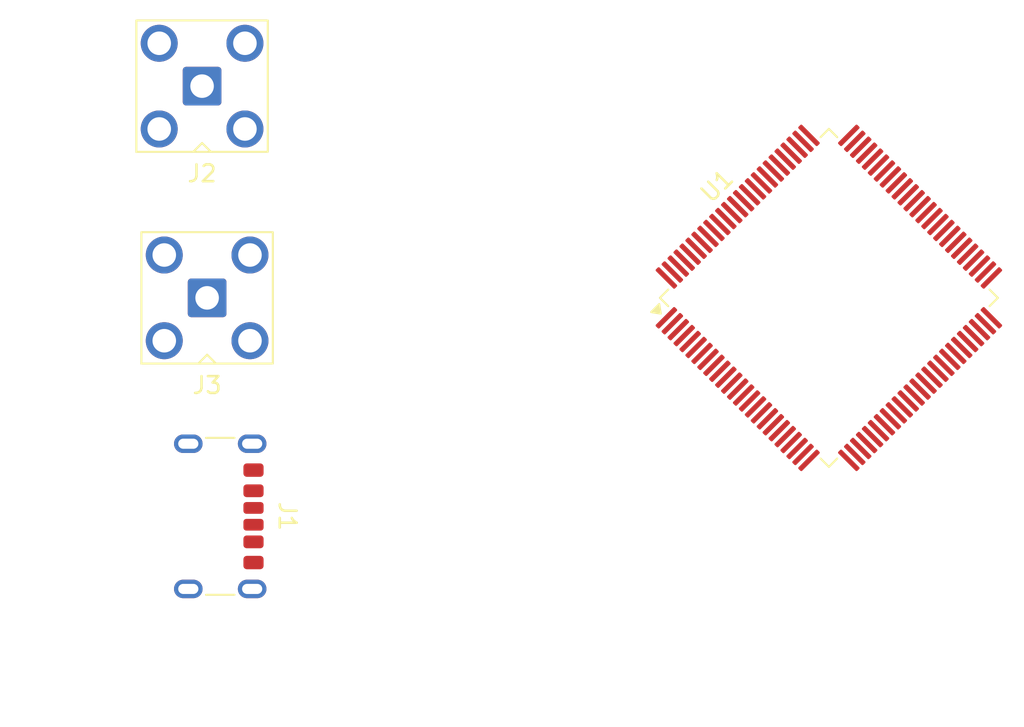
<source format=kicad_pcb>
(kicad_pcb (version 20241229) (generator "pcbnew") (generator_version "9.0")
  (layers (0 "F.Cu" signal) (2 "B.Cu" signal) (13 "F.Paste" user) (15 "B.Paste" user) (5 "F.SilkS" user "F.Silkscreen") (7 "B.SilkS" user "B.Silkscreen") (1 "F.Mask" user) (3 "B.Mask" user) (25 "Edge.Cuts" user))
  (net 0 "")
  (net 5 "Net-(U1-VSS-Pad10)")
  (net 102 "Net-(J1-CC1)")
  (net 104 "GND")
  (net 105 "VBUS")
  (net 107 "Net-(J1-CC2)")
  (footprint "Package_QFP:LQFP-100_14x14mm_P0.5mm" (layer "F.Cu") (at 143 115 45)
    (property "Reference" "U1" (at 0 -9.42 45) (layer "F.SilkS"))
    (property "Value" "STM32H723VGTx")
    (fp_line (start -7.11 -7.11) (end -7.11 -6.41) (stroke (width 0.12)) (layer "F.SilkS"))
    (fp_line (start -6.41 -7.11) (end -7.11 -7.11) (stroke (width 0.12)) (layer "F.SilkS"))
    (fp_line (start 6.41 -7.11) (end 7.11 -7.11) (stroke (width 0.12)) (layer "F.SilkS"))
    (fp_line (start 7.11 -7.11) (end 7.11 -6.41) (stroke (width 0.12)) (layer "F.SilkS"))
    (fp_line (start -7.11 7.11) (end -7.11 6.41) (stroke (width 0.12)) (layer "F.SilkS"))
    (fp_line (start -6.41 7.11) (end -7.11 7.11) (stroke (width 0.12)) (layer "F.SilkS"))
    (fp_line (start 6.41 7.11) (end 7.11 7.11) (stroke (width 0.12)) (layer "F.SilkS"))
    (fp_line (start 7.11 7.11) (end 7.11 6.41) (stroke (width 0.12)) (layer "F.SilkS"))
    (fp_poly (pts (xy -7.7375 -6.41) (xy -8.0775 -6.88) (xy -7.3975 -6.88) (xy -7.7375 -6.41)) (stroke (width 0.12)) (fill yes) (layer "F.SilkS"))
    (pad "1" smd roundrect (at -7.675 -6 45) (size 1.6 0.3) (layers "F.Cu" "F.Mask" "F.Paste"))
    (pad "2" smd roundrect (at -7.675 -5.5 45) (size 1.6 0.3) (layers "F.Cu" "F.Mask" "F.Paste"))
    (pad "3" smd roundrect (at -7.675 -4.999999 45) (size 1.6 0.3) (layers "F.Cu" "F.Mask" "F.Paste"))
    (pad "4" smd roundrect (at -7.675 -4.5 45) (size 1.6 0.3) (layers "F.Cu" "F.Mask" "F.Paste"))
    (pad "5" smd roundrect (at -7.675 -4.000001 45) (size 1.6 0.3) (layers "F.Cu" "F.Mask" "F.Paste"))
    (pad "6" smd roundrect (at -7.675 -3.5 45) (size 1.6 0.3) (layers "F.Cu" "F.Mask" "F.Paste"))
    (pad "7" smd roundrect (at -7.675 -3 45) (size 1.6 0.3) (layers "F.Cu" "F.Mask" "F.Paste"))
    (pad "8" smd roundrect (at -7.675 -2.499999 45) (size 1.6 0.3) (layers "F.Cu" "F.Mask" "F.Paste"))
    (pad "9" smd roundrect (at -7.675 -2 45) (size 1.6 0.3) (layers "F.Cu" "F.Mask" "F.Paste"))
    (pad "10" smd roundrect (at -7.675 -1.5 45) (size 1.6 0.3) (layers "F.Cu" "F.Mask" "F.Paste") (net 5 "Net-(U1-VSS-Pad10)"))
    (pad "11" smd roundrect (at -7.675 -1 45) (size 1.6 0.3) (layers "F.Cu" "F.Mask" "F.Paste"))
    (pad "12" smd roundrect (at -7.675 -0.5 45) (size 1.6 0.3) (layers "F.Cu" "F.Mask" "F.Paste"))
    (pad "13" smd roundrect (at -7.675001 0 45) (size 1.6 0.3) (layers "F.Cu" "F.Mask" "F.Paste"))
    (pad "14" smd roundrect (at -7.675 0.5 45) (size 1.6 0.3) (layers "F.Cu" "F.Mask" "F.Paste"))
    (pad "15" smd roundrect (at -7.675 1 45) (size 1.6 0.3) (layers "F.Cu" "F.Mask" "F.Paste"))
    (pad "16" smd roundrect (at -7.675 1.5 45) (size 1.6 0.3) (layers "F.Cu" "F.Mask" "F.Paste"))
    (pad "17" smd roundrect (at -7.675 2 45) (size 1.6 0.3) (layers "F.Cu" "F.Mask" "F.Paste"))
    (pad "18" smd roundrect (at -7.675 2.499999 45) (size 1.6 0.3) (layers "F.Cu" "F.Mask" "F.Paste"))
    (pad "19" smd roundrect (at -7.675 3 45) (size 1.6 0.3) (layers "F.Cu" "F.Mask" "F.Paste"))
    (pad "20" smd roundrect (at -7.675 3.5 45) (size 1.6 0.3) (layers "F.Cu" "F.Mask" "F.Paste"))
    (pad "21" smd roundrect (at -7.675 4.000001 45) (size 1.6 0.3) (layers "F.Cu" "F.Mask" "F.Paste"))
    (pad "22" smd roundrect (at -7.675 4.5 45) (size 1.6 0.3) (layers "F.Cu" "F.Mask" "F.Paste"))
    (pad "23" smd roundrect (at -7.675 4.999999 45) (size 1.6 0.3) (layers "F.Cu" "F.Mask" "F.Paste"))
    (pad "24" smd roundrect (at -7.675 5.5 45) (size 1.6 0.3) (layers "F.Cu" "F.Mask" "F.Paste"))
    (pad "25" smd roundrect (at -7.675 6 45) (size 1.6 0.3) (layers "F.Cu" "F.Mask" "F.Paste"))
    (pad "26" smd roundrect (at -6 7.675 45) (size 0.3 1.6) (layers "F.Cu" "F.Mask" "F.Paste") (net 5 "Net-(U1-VSS-Pad10)"))
    (pad "27" smd roundrect (at -5.5 7.675 45) (size 0.3 1.6) (layers "F.Cu" "F.Mask" "F.Paste"))
    (pad "28" smd roundrect (at -4.999999 7.675 45) (size 0.3 1.6) (layers "F.Cu" "F.Mask" "F.Paste"))
    (pad "29" smd roundrect (at -4.5 7.675 45) (size 0.3 1.6) (layers "F.Cu" "F.Mask" "F.Paste"))
    (pad "30" smd roundrect (at -4.000001 7.675 45) (size 0.3 1.6) (layers "F.Cu" "F.Mask" "F.Paste"))
    (pad "31" smd roundrect (at -3.5 7.675 45) (size 0.3 1.6) (layers "F.Cu" "F.Mask" "F.Paste"))
    (pad "32" smd roundrect (at -3 7.675 45) (size 0.3 1.6) (layers "F.Cu" "F.Mask" "F.Paste"))
    (pad "33" smd roundrect (at -2.499999 7.675 45) (size 0.3 1.6) (layers "F.Cu" "F.Mask" "F.Paste"))
    (pad "34" smd roundrect (at -2 7.675 45) (size 0.3 1.6) (layers "F.Cu" "F.Mask" "F.Paste"))
    (pad "35" smd roundrect (at -1.5 7.675 45) (size 0.3 1.6) (layers "F.Cu" "F.Mask" "F.Paste"))
    (pad "36" smd roundrect (at -1 7.675 45) (size 0.3 1.6) (layers "F.Cu" "F.Mask" "F.Paste"))
    (pad "37" smd roundrect (at -0.5 7.675 45) (size 0.3 1.6) (layers "F.Cu" "F.Mask" "F.Paste"))
    (pad "38" smd roundrect (at 0 7.675001 45) (size 0.3 1.6) (layers "F.Cu" "F.Mask" "F.Paste"))
    (pad "39" smd roundrect (at 0.5 7.675 45) (size 0.3 1.6) (layers "F.Cu" "F.Mask" "F.Paste"))
    (pad "40" smd roundrect (at 1 7.675 45) (size 0.3 1.6) (layers "F.Cu" "F.Mask" "F.Paste"))
    (pad "41" smd roundrect (at 1.5 7.675 45) (size 0.3 1.6) (layers "F.Cu" "F.Mask" "F.Paste"))
    (pad "42" smd roundrect (at 2 7.675 45) (size 0.3 1.6) (layers "F.Cu" "F.Mask" "F.Paste"))
    (pad "43" smd roundrect (at 2.499999 7.675 45) (size 0.3 1.6) (layers "F.Cu" "F.Mask" "F.Paste"))
    (pad "44" smd roundrect (at 3 7.675 45) (size 0.3 1.6) (layers "F.Cu" "F.Mask" "F.Paste"))
    (pad "45" smd roundrect (at 3.5 7.675 45) (size 0.3 1.6) (layers "F.Cu" "F.Mask" "F.Paste"))
    (pad "46" smd roundrect (at 4.000001 7.675 45) (size 0.3 1.6) (layers "F.Cu" "F.Mask" "F.Paste"))
    (pad "47" smd roundrect (at 4.5 7.675 45) (size 0.3 1.6) (layers "F.Cu" "F.Mask" "F.Paste"))
    (pad "48" smd roundrect (at 4.999999 7.675 45) (size 0.3 1.6) (layers "F.Cu" "F.Mask" "F.Paste"))
    (pad "49" smd roundrect (at 5.5 7.675 45) (size 0.3 1.6) (layers "F.Cu" "F.Mask" "F.Paste") (net 5 "Net-(U1-VSS-Pad10)"))
    (pad "50" smd roundrect (at 6 7.675 45) (size 0.3 1.6) (layers "F.Cu" "F.Mask" "F.Paste"))
    (pad "51" smd roundrect (at 7.675 6 45) (size 1.6 0.3) (layers "F.Cu" "F.Mask" "F.Paste"))
    (pad "52" smd roundrect (at 7.675 5.5 45) (size 1.6 0.3) (layers "F.Cu" "F.Mask" "F.Paste"))
    (pad "53" smd roundrect (at 7.675 4.999999 45) (size 1.6 0.3) (layers "F.Cu" "F.Mask" "F.Paste"))
    (pad "54" smd roundrect (at 7.675 4.5 45) (size 1.6 0.3) (layers "F.Cu" "F.Mask" "F.Paste"))
    (pad "55" smd roundrect (at 7.675 4.000001 45) (size 1.6 0.3) (layers "F.Cu" "F.Mask" "F.Paste"))
    (pad "56" smd roundrect (at 7.675 3.5 45) (size 1.6 0.3) (layers "F.Cu" "F.Mask" "F.Paste"))
    (pad "57" smd roundrect (at 7.675 3 45) (size 1.6 0.3) (layers "F.Cu" "F.Mask" "F.Paste"))
    (pad "58" smd roundrect (at 7.675 2.499999 45) (size 1.6 0.3) (layers "F.Cu" "F.Mask" "F.Paste"))
    (pad "59" smd roundrect (at 7.675 2 45) (size 1.6 0.3) (layers "F.Cu" "F.Mask" "F.Paste"))
    (pad "60" smd roundrect (at 7.675 1.5 45) (size 1.6 0.3) (layers "F.Cu" "F.Mask" "F.Paste"))
    (pad "61" smd roundrect (at 7.675 1 45) (size 1.6 0.3) (layers "F.Cu" "F.Mask" "F.Paste"))
    (pad "62" smd roundrect (at 7.675 0.5 45) (size 1.6 0.3) (layers "F.Cu" "F.Mask" "F.Paste"))
    (pad "63" smd roundrect (at 7.675001 0 45) (size 1.6 0.3) (layers "F.Cu" "F.Mask" "F.Paste"))
    (pad "64" smd roundrect (at 7.675 -0.5 45) (size 1.6 0.3) (layers "F.Cu" "F.Mask" "F.Paste"))
    (pad "65" smd roundrect (at 7.675 -1 45) (size 1.6 0.3) (layers "F.Cu" "F.Mask" "F.Paste"))
    (pad "66" smd roundrect (at 7.675 -1.5 45) (size 1.6 0.3) (layers "F.Cu" "F.Mask" "F.Paste"))
    (pad "67" smd roundrect (at 7.675 -2 45) (size 1.6 0.3) (layers "F.Cu" "F.Mask" "F.Paste"))
    (pad "68" smd roundrect (at 7.675 -2.499999 45) (size 1.6 0.3) (layers "F.Cu" "F.Mask" "F.Paste"))
    (pad "69" smd roundrect (at 7.675 -3 45) (size 1.6 0.3) (layers "F.Cu" "F.Mask" "F.Paste"))
    (pad "70" smd roundrect (at 7.675 -3.5 45) (size 1.6 0.3) (layers "F.Cu" "F.Mask" "F.Paste"))
    (pad "71" smd roundrect (at 7.675 -4.000001 45) (size 1.6 0.3) (layers "F.Cu" "F.Mask" "F.Paste"))
    (pad "72" smd roundrect (at 7.675 -4.5 45) (size 1.6 0.3) (layers "F.Cu" "F.Mask" "F.Paste"))
    (pad "73" smd roundrect (at 7.675 -4.999999 45) (size 1.6 0.3) (layers "F.Cu" "F.Mask" "F.Paste"))
    (pad "74" smd roundrect (at 7.675 -5.5 45) (size 1.6 0.3) (layers "F.Cu" "F.Mask" "F.Paste") (net 5 "Net-(U1-VSS-Pad10)"))
    (pad "75" smd roundrect (at 7.675 -6 45) (size 1.6 0.3) (layers "F.Cu" "F.Mask" "F.Paste"))
    (pad "76" smd roundrect (at 6 -7.675 45) (size 0.3 1.6) (layers "F.Cu" "F.Mask" "F.Paste"))
    (pad "77" smd roundrect (at 5.5 -7.675 45) (size 0.3 1.6) (layers "F.Cu" "F.Mask" "F.Paste"))
    (pad "78" smd roundrect (at 4.999999 -7.675 45) (size 0.3 1.6) (layers "F.Cu" "F.Mask" "F.Paste"))
    (pad "79" smd roundrect (at 4.5 -7.675 45) (size 0.3 1.6) (layers "F.Cu" "F.Mask" "F.Paste"))
    (pad "80" smd roundrect (at 4.000001 -7.675 45) (size 0.3 1.6) (layers "F.Cu" "F.Mask" "F.Paste"))
    (pad "81" smd roundrect (at 3.5 -7.675 45) (size 0.3 1.6) (layers "F.Cu" "F.Mask" "F.Paste"))
    (pad "82" smd roundrect (at 3 -7.675 45) (size 0.3 1.6) (layers "F.Cu" "F.Mask" "F.Paste"))
    (pad "83" smd roundrect (at 2.499999 -7.675 45) (size 0.3 1.6) (layers "F.Cu" "F.Mask" "F.Paste"))
    (pad "84" smd roundrect (at 2 -7.675 45) (size 0.3 1.6) (layers "F.Cu" "F.Mask" "F.Paste"))
    (pad "85" smd roundrect (at 1.5 -7.675 45) (size 0.3 1.6) (layers "F.Cu" "F.Mask" "F.Paste"))
    (pad "86" smd roundrect (at 1 -7.675 45) (size 0.3 1.6) (layers "F.Cu" "F.Mask" "F.Paste"))
    (pad "87" smd roundrect (at 0.5 -7.675 45) (size 0.3 1.6) (layers "F.Cu" "F.Mask" "F.Paste"))
    (pad "88" smd roundrect (at 0 -7.675001 45) (size 0.3 1.6) (layers "F.Cu" "F.Mask" "F.Paste"))
    (pad "89" smd roundrect (at -0.5 -7.675 45) (size 0.3 1.6) (layers "F.Cu" "F.Mask" "F.Paste"))
    (pad "90" smd roundrect (at -1 -7.675 45) (size 0.3 1.6) (layers "F.Cu" "F.Mask" "F.Paste"))
    (pad "91" smd roundrect (at -1.5 -7.675 45) (size 0.3 1.6) (layers "F.Cu" "F.Mask" "F.Paste"))
    (pad "92" smd roundrect (at -2 -7.675 45) (size 0.3 1.6) (layers "F.Cu" "F.Mask" "F.Paste"))
    (pad "93" smd roundrect (at -2.499999 -7.675 45) (size 0.3 1.6) (layers "F.Cu" "F.Mask" "F.Paste"))
    (pad "94" smd roundrect (at -3 -7.675 45) (size 0.3 1.6) (layers "F.Cu" "F.Mask" "F.Paste"))
    (pad "95" smd roundrect (at -3.5 -7.675 45) (size 0.3 1.6) (layers "F.Cu" "F.Mask" "F.Paste"))
    (pad "96" smd roundrect (at -4.000001 -7.675 45) (size 0.3 1.6) (layers "F.Cu" "F.Mask" "F.Paste"))
    (pad "97" smd roundrect (at -4.5 -7.675 45) (size 0.3 1.6) (layers "F.Cu" "F.Mask" "F.Paste"))
    (pad "98" smd roundrect (at -4.999999 -7.675 45) (size 0.3 1.6) (layers "F.Cu" "F.Mask" "F.Paste"))
    (pad "99" smd roundrect (at -5.5 -7.675 45) (size 0.3 1.6) (layers "F.Cu" "F.Mask" "F.Paste") (net 5 "Net-(U1-VSS-Pad10)"))
    (pad "100" smd roundrect (at -6 -7.675 45) (size 0.3 1.6) (layers "F.Cu" "F.Mask" "F.Paste"))
  )
  (footprint "Connector_Coaxial:SMA_BAT_Wireless_BWSMA-KWE-Z001" (layer "F.Cu") (at 106 115 90)
    (property "Reference" "J3" (at -5.2 0 0) (layer "F.SilkS"))
    (property "Value" "Conn_Coaxial")
    (fp_line (start -3.385 0) (end -3.885 -0.5) (stroke (width 0.12)) (layer "F.SilkS"))
    (fp_line (start -3.885 0.5) (end -3.385 0) (stroke (width 0.12)) (layer "F.SilkS"))
    (fp_rect (start -3.91 -3.91) (end 3.91 3.91) (stroke (width 0.12)) (fill no) (layer "F.SilkS"))
    (pad "1" thru_hole roundrect (at 0 0 90) (size 2.3 2.3) (drill 1.4) (layers "*.Cu" "*.Mask") (roundrect_rratio 0.087))
    (pad "2" thru_hole circle (at -2.55 -2.55 90) (size 2.2 2.2) (drill 1.4) (layers "*.Cu" "*.Mask"))
    (pad "2" thru_hole circle (at -2.55 2.55 90) (size 2.2 2.2) (drill 1.4) (layers "*.Cu" "*.Mask"))
    (pad "2" thru_hole circle (at 2.55 -2.55 90) (size 2.2 2.2) (drill 1.4) (layers "*.Cu" "*.Mask"))
    (pad "2" thru_hole circle (at 2.55 2.55 90) (size 2.2 2.2) (drill 1.4) (layers "*.Cu" "*.Mask"))
  )
  (footprint "Connector_Coaxial:SMA_BAT_Wireless_BWSMA-KWE-Z001" (layer "F.Cu") (at 105.7 102.4 90)
    (property "Reference" "J2" (at -5.2 0 0) (layer "F.SilkS"))
    (property "Value" "Conn_Coaxial")
    (fp_line (start -3.385 0) (end -3.885 -0.5) (stroke (width 0.12)) (layer "F.SilkS"))
    (fp_line (start -3.885 0.5) (end -3.385 0) (stroke (width 0.12)) (layer "F.SilkS"))
    (fp_rect (start -3.91 -3.91) (end 3.91 3.91) (stroke (width 0.12)) (fill no) (layer "F.SilkS"))
    (pad "1" thru_hole roundrect (at 0 0 90) (size 2.3 2.3) (drill 1.4) (layers "*.Cu" "*.Mask") (roundrect_rratio 0.087))
    (pad "2" thru_hole circle (at -2.55 -2.55 90) (size 2.2 2.2) (drill 1.4) (layers "*.Cu" "*.Mask"))
    (pad "2" thru_hole circle (at -2.55 2.55 90) (size 2.2 2.2) (drill 1.4) (layers "*.Cu" "*.Mask"))
    (pad "2" thru_hole circle (at 2.55 -2.55 90) (size 2.2 2.2) (drill 1.4) (layers "*.Cu" "*.Mask"))
    (pad "2" thru_hole circle (at 2.55 2.55 90) (size 2.2 2.2) (drill 1.4) (layers "*.Cu" "*.Mask"))
  )
  (footprint "Connector_USB:USB_C_Receptacle_GCT_USB4125-xx-x_6P_TopMnt_Horizontal" (layer "F.Cu") (at 105.68 128 -90)
    (property "Reference" "J1" (at 0 -5.1 270) (layer "F.SilkS"))
    (property "Value" "USB_C_Receptacle_PowerOnly_6P")
    (fp_line (start -4.67 -0.25) (end -4.67 -1.95) (stroke (width 0.12)) (layer "F.SilkS"))
    (fp_line (start 4.67 -0.25) (end 4.67 -1.95) (stroke (width 0.12)) (layer "F.SilkS"))
    (pad "A5" smd roundrect (at -0.5 -3.08 270) (size 0.7 1.2) (layers "F.Cu" "F.Mask" "F.Paste") (net 102 "Net-(J1-CC1)"))
    (pad "A9" smd roundrect (at 1.52 -3.08 90) (size 0.76 1.2) (layers "F.Cu" "F.Mask" "F.Paste") (net 105 "VBUS"))
    (pad "A12" smd roundrect (at 2.75 -3.08 90) (size 0.8 1.2) (layers "F.Cu" "F.Mask" "F.Paste") (net 104 "GND"))
    (pad "B5" smd roundrect (at 0.5 -3.08 90) (size 0.7 1.2) (layers "F.Cu" "F.Mask" "F.Paste") (net 107 "Net-(J1-CC2)"))
    (pad "B9" smd roundrect (at -1.52 -3.08 270) (size 0.76 1.2) (layers "F.Cu" "F.Mask" "F.Paste") (net 105 "VBUS"))
    (pad "B12" smd roundrect (at -2.75 -3.08 270) (size 0.8 1.2) (layers "F.Cu" "F.Mask" "F.Paste") (net 104 "GND"))
    (pad "S1" thru_hole oval (at -4.32 -3 270) (size 1.1 1.7) (drill oval 0.6 1.2) (property pad_prop_heatsink) (layers "*.Cu" "*.Mask" "F.Paste"))
    (pad "S1" thru_hole oval (at -4.32 0.8 270) (size 1.1 1.7) (drill oval 0.6 1.2) (property pad_prop_heatsink) (layers "*.Cu" "*.Mask" "F.Paste"))
    (pad "S1" thru_hole oval (at 4.32 -3 270) (size 1.1 1.7) (drill oval 0.6 1.2) (property pad_prop_heatsink) (layers "*.Cu" "*.Mask" "F.Paste"))
    (pad "S1" thru_hole oval (at 4.32 0.8 270) (size 1.1 1.7) (drill oval 0.6 1.2) (property pad_prop_heatsink) (layers "*.Cu" "*.Mask" "F.Paste"))
  )
)
</source>
